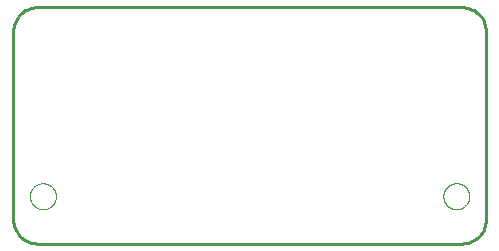
<source format=gko>
G04 EAGLE Gerber RS-274X export*
G75*
%MOMM*%
%FSLAX34Y34*%
%LPD*%
%INBoard Outline*%
%IPPOS*%
%AMOC8*
5,1,8,0,0,1.08239X$1,22.5*%
G01*
G04 Define Apertures*
%ADD10C,0.000000*%
%ADD11C,0.254000*%
D10*
X-186000Y-160000D02*
X-185997Y-159730D01*
X-185987Y-159460D01*
X-185970Y-159191D01*
X-185947Y-158922D01*
X-185917Y-158653D01*
X-185881Y-158386D01*
X-185838Y-158119D01*
X-185789Y-157854D01*
X-185733Y-157590D01*
X-185670Y-157327D01*
X-185602Y-157066D01*
X-185526Y-156807D01*
X-185445Y-156550D01*
X-185357Y-156294D01*
X-185263Y-156041D01*
X-185163Y-155790D01*
X-185056Y-155542D01*
X-184944Y-155297D01*
X-184825Y-155054D01*
X-184701Y-154815D01*
X-184571Y-154578D01*
X-184435Y-154345D01*
X-184293Y-154115D01*
X-184146Y-153889D01*
X-183993Y-153666D01*
X-183835Y-153447D01*
X-183672Y-153232D01*
X-183503Y-153022D01*
X-183329Y-152815D01*
X-183150Y-152613D01*
X-182967Y-152415D01*
X-182778Y-152222D01*
X-182585Y-152033D01*
X-182387Y-151850D01*
X-182185Y-151671D01*
X-181978Y-151497D01*
X-181768Y-151328D01*
X-181553Y-151165D01*
X-181334Y-151007D01*
X-181111Y-150854D01*
X-180885Y-150707D01*
X-180655Y-150565D01*
X-180422Y-150429D01*
X-180185Y-150299D01*
X-179946Y-150175D01*
X-179703Y-150056D01*
X-179458Y-149944D01*
X-179210Y-149837D01*
X-178959Y-149737D01*
X-178706Y-149643D01*
X-178450Y-149555D01*
X-178193Y-149474D01*
X-177934Y-149398D01*
X-177673Y-149330D01*
X-177410Y-149267D01*
X-177146Y-149211D01*
X-176881Y-149162D01*
X-176614Y-149119D01*
X-176347Y-149083D01*
X-176078Y-149053D01*
X-175809Y-149030D01*
X-175540Y-149013D01*
X-175270Y-149003D01*
X-175000Y-149000D01*
X-174730Y-149003D01*
X-174460Y-149013D01*
X-174191Y-149030D01*
X-173922Y-149053D01*
X-173653Y-149083D01*
X-173386Y-149119D01*
X-173119Y-149162D01*
X-172854Y-149211D01*
X-172590Y-149267D01*
X-172327Y-149330D01*
X-172066Y-149398D01*
X-171807Y-149474D01*
X-171550Y-149555D01*
X-171294Y-149643D01*
X-171041Y-149737D01*
X-170790Y-149837D01*
X-170542Y-149944D01*
X-170297Y-150056D01*
X-170054Y-150175D01*
X-169815Y-150299D01*
X-169578Y-150429D01*
X-169345Y-150565D01*
X-169115Y-150707D01*
X-168889Y-150854D01*
X-168666Y-151007D01*
X-168447Y-151165D01*
X-168232Y-151328D01*
X-168022Y-151497D01*
X-167815Y-151671D01*
X-167613Y-151850D01*
X-167415Y-152033D01*
X-167222Y-152222D01*
X-167033Y-152415D01*
X-166850Y-152613D01*
X-166671Y-152815D01*
X-166497Y-153022D01*
X-166328Y-153232D01*
X-166165Y-153447D01*
X-166007Y-153666D01*
X-165854Y-153889D01*
X-165707Y-154115D01*
X-165565Y-154345D01*
X-165429Y-154578D01*
X-165299Y-154815D01*
X-165175Y-155054D01*
X-165056Y-155297D01*
X-164944Y-155542D01*
X-164837Y-155790D01*
X-164737Y-156041D01*
X-164643Y-156294D01*
X-164555Y-156550D01*
X-164474Y-156807D01*
X-164398Y-157066D01*
X-164330Y-157327D01*
X-164267Y-157590D01*
X-164211Y-157854D01*
X-164162Y-158119D01*
X-164119Y-158386D01*
X-164083Y-158653D01*
X-164053Y-158922D01*
X-164030Y-159191D01*
X-164013Y-159460D01*
X-164003Y-159730D01*
X-164000Y-160000D01*
X-164003Y-160270D01*
X-164013Y-160540D01*
X-164030Y-160809D01*
X-164053Y-161078D01*
X-164083Y-161347D01*
X-164119Y-161614D01*
X-164162Y-161881D01*
X-164211Y-162146D01*
X-164267Y-162410D01*
X-164330Y-162673D01*
X-164398Y-162934D01*
X-164474Y-163193D01*
X-164555Y-163450D01*
X-164643Y-163706D01*
X-164737Y-163959D01*
X-164837Y-164210D01*
X-164944Y-164458D01*
X-165056Y-164703D01*
X-165175Y-164946D01*
X-165299Y-165185D01*
X-165429Y-165422D01*
X-165565Y-165655D01*
X-165707Y-165885D01*
X-165854Y-166111D01*
X-166007Y-166334D01*
X-166165Y-166553D01*
X-166328Y-166768D01*
X-166497Y-166978D01*
X-166671Y-167185D01*
X-166850Y-167387D01*
X-167033Y-167585D01*
X-167222Y-167778D01*
X-167415Y-167967D01*
X-167613Y-168150D01*
X-167815Y-168329D01*
X-168022Y-168503D01*
X-168232Y-168672D01*
X-168447Y-168835D01*
X-168666Y-168993D01*
X-168889Y-169146D01*
X-169115Y-169293D01*
X-169345Y-169435D01*
X-169578Y-169571D01*
X-169815Y-169701D01*
X-170054Y-169825D01*
X-170297Y-169944D01*
X-170542Y-170056D01*
X-170790Y-170163D01*
X-171041Y-170263D01*
X-171294Y-170357D01*
X-171550Y-170445D01*
X-171807Y-170526D01*
X-172066Y-170602D01*
X-172327Y-170670D01*
X-172590Y-170733D01*
X-172854Y-170789D01*
X-173119Y-170838D01*
X-173386Y-170881D01*
X-173653Y-170917D01*
X-173922Y-170947D01*
X-174191Y-170970D01*
X-174460Y-170987D01*
X-174730Y-170997D01*
X-175000Y-171000D01*
X-175270Y-170997D01*
X-175540Y-170987D01*
X-175809Y-170970D01*
X-176078Y-170947D01*
X-176347Y-170917D01*
X-176614Y-170881D01*
X-176881Y-170838D01*
X-177146Y-170789D01*
X-177410Y-170733D01*
X-177673Y-170670D01*
X-177934Y-170602D01*
X-178193Y-170526D01*
X-178450Y-170445D01*
X-178706Y-170357D01*
X-178959Y-170263D01*
X-179210Y-170163D01*
X-179458Y-170056D01*
X-179703Y-169944D01*
X-179946Y-169825D01*
X-180185Y-169701D01*
X-180422Y-169571D01*
X-180655Y-169435D01*
X-180885Y-169293D01*
X-181111Y-169146D01*
X-181334Y-168993D01*
X-181553Y-168835D01*
X-181768Y-168672D01*
X-181978Y-168503D01*
X-182185Y-168329D01*
X-182387Y-168150D01*
X-182585Y-167967D01*
X-182778Y-167778D01*
X-182967Y-167585D01*
X-183150Y-167387D01*
X-183329Y-167185D01*
X-183503Y-166978D01*
X-183672Y-166768D01*
X-183835Y-166553D01*
X-183993Y-166334D01*
X-184146Y-166111D01*
X-184293Y-165885D01*
X-184435Y-165655D01*
X-184571Y-165422D01*
X-184701Y-165185D01*
X-184825Y-164946D01*
X-184944Y-164703D01*
X-185056Y-164458D01*
X-185163Y-164210D01*
X-185263Y-163959D01*
X-185357Y-163706D01*
X-185445Y-163450D01*
X-185526Y-163193D01*
X-185602Y-162934D01*
X-185670Y-162673D01*
X-185733Y-162410D01*
X-185789Y-162146D01*
X-185838Y-161881D01*
X-185881Y-161614D01*
X-185917Y-161347D01*
X-185947Y-161078D01*
X-185970Y-160809D01*
X-185987Y-160540D01*
X-185997Y-160270D01*
X-186000Y-160000D01*
X164000Y-160000D02*
X164003Y-159730D01*
X164013Y-159460D01*
X164030Y-159191D01*
X164053Y-158922D01*
X164083Y-158653D01*
X164119Y-158386D01*
X164162Y-158119D01*
X164211Y-157854D01*
X164267Y-157590D01*
X164330Y-157327D01*
X164398Y-157066D01*
X164474Y-156807D01*
X164555Y-156550D01*
X164643Y-156294D01*
X164737Y-156041D01*
X164837Y-155790D01*
X164944Y-155542D01*
X165056Y-155297D01*
X165175Y-155054D01*
X165299Y-154815D01*
X165429Y-154578D01*
X165565Y-154345D01*
X165707Y-154115D01*
X165854Y-153889D01*
X166007Y-153666D01*
X166165Y-153447D01*
X166328Y-153232D01*
X166497Y-153022D01*
X166671Y-152815D01*
X166850Y-152613D01*
X167033Y-152415D01*
X167222Y-152222D01*
X167415Y-152033D01*
X167613Y-151850D01*
X167815Y-151671D01*
X168022Y-151497D01*
X168232Y-151328D01*
X168447Y-151165D01*
X168666Y-151007D01*
X168889Y-150854D01*
X169115Y-150707D01*
X169345Y-150565D01*
X169578Y-150429D01*
X169815Y-150299D01*
X170054Y-150175D01*
X170297Y-150056D01*
X170542Y-149944D01*
X170790Y-149837D01*
X171041Y-149737D01*
X171294Y-149643D01*
X171550Y-149555D01*
X171807Y-149474D01*
X172066Y-149398D01*
X172327Y-149330D01*
X172590Y-149267D01*
X172854Y-149211D01*
X173119Y-149162D01*
X173386Y-149119D01*
X173653Y-149083D01*
X173922Y-149053D01*
X174191Y-149030D01*
X174460Y-149013D01*
X174730Y-149003D01*
X175000Y-149000D01*
X175270Y-149003D01*
X175540Y-149013D01*
X175809Y-149030D01*
X176078Y-149053D01*
X176347Y-149083D01*
X176614Y-149119D01*
X176881Y-149162D01*
X177146Y-149211D01*
X177410Y-149267D01*
X177673Y-149330D01*
X177934Y-149398D01*
X178193Y-149474D01*
X178450Y-149555D01*
X178706Y-149643D01*
X178959Y-149737D01*
X179210Y-149837D01*
X179458Y-149944D01*
X179703Y-150056D01*
X179946Y-150175D01*
X180185Y-150299D01*
X180422Y-150429D01*
X180655Y-150565D01*
X180885Y-150707D01*
X181111Y-150854D01*
X181334Y-151007D01*
X181553Y-151165D01*
X181768Y-151328D01*
X181978Y-151497D01*
X182185Y-151671D01*
X182387Y-151850D01*
X182585Y-152033D01*
X182778Y-152222D01*
X182967Y-152415D01*
X183150Y-152613D01*
X183329Y-152815D01*
X183503Y-153022D01*
X183672Y-153232D01*
X183835Y-153447D01*
X183993Y-153666D01*
X184146Y-153889D01*
X184293Y-154115D01*
X184435Y-154345D01*
X184571Y-154578D01*
X184701Y-154815D01*
X184825Y-155054D01*
X184944Y-155297D01*
X185056Y-155542D01*
X185163Y-155790D01*
X185263Y-156041D01*
X185357Y-156294D01*
X185445Y-156550D01*
X185526Y-156807D01*
X185602Y-157066D01*
X185670Y-157327D01*
X185733Y-157590D01*
X185789Y-157854D01*
X185838Y-158119D01*
X185881Y-158386D01*
X185917Y-158653D01*
X185947Y-158922D01*
X185970Y-159191D01*
X185987Y-159460D01*
X185997Y-159730D01*
X186000Y-160000D01*
X185997Y-160270D01*
X185987Y-160540D01*
X185970Y-160809D01*
X185947Y-161078D01*
X185917Y-161347D01*
X185881Y-161614D01*
X185838Y-161881D01*
X185789Y-162146D01*
X185733Y-162410D01*
X185670Y-162673D01*
X185602Y-162934D01*
X185526Y-163193D01*
X185445Y-163450D01*
X185357Y-163706D01*
X185263Y-163959D01*
X185163Y-164210D01*
X185056Y-164458D01*
X184944Y-164703D01*
X184825Y-164946D01*
X184701Y-165185D01*
X184571Y-165422D01*
X184435Y-165655D01*
X184293Y-165885D01*
X184146Y-166111D01*
X183993Y-166334D01*
X183835Y-166553D01*
X183672Y-166768D01*
X183503Y-166978D01*
X183329Y-167185D01*
X183150Y-167387D01*
X182967Y-167585D01*
X182778Y-167778D01*
X182585Y-167967D01*
X182387Y-168150D01*
X182185Y-168329D01*
X181978Y-168503D01*
X181768Y-168672D01*
X181553Y-168835D01*
X181334Y-168993D01*
X181111Y-169146D01*
X180885Y-169293D01*
X180655Y-169435D01*
X180422Y-169571D01*
X180185Y-169701D01*
X179946Y-169825D01*
X179703Y-169944D01*
X179458Y-170056D01*
X179210Y-170163D01*
X178959Y-170263D01*
X178706Y-170357D01*
X178450Y-170445D01*
X178193Y-170526D01*
X177934Y-170602D01*
X177673Y-170670D01*
X177410Y-170733D01*
X177146Y-170789D01*
X176881Y-170838D01*
X176614Y-170881D01*
X176347Y-170917D01*
X176078Y-170947D01*
X175809Y-170970D01*
X175540Y-170987D01*
X175270Y-170997D01*
X175000Y-171000D01*
X174730Y-170997D01*
X174460Y-170987D01*
X174191Y-170970D01*
X173922Y-170947D01*
X173653Y-170917D01*
X173386Y-170881D01*
X173119Y-170838D01*
X172854Y-170789D01*
X172590Y-170733D01*
X172327Y-170670D01*
X172066Y-170602D01*
X171807Y-170526D01*
X171550Y-170445D01*
X171294Y-170357D01*
X171041Y-170263D01*
X170790Y-170163D01*
X170542Y-170056D01*
X170297Y-169944D01*
X170054Y-169825D01*
X169815Y-169701D01*
X169578Y-169571D01*
X169345Y-169435D01*
X169115Y-169293D01*
X168889Y-169146D01*
X168666Y-168993D01*
X168447Y-168835D01*
X168232Y-168672D01*
X168022Y-168503D01*
X167815Y-168329D01*
X167613Y-168150D01*
X167415Y-167967D01*
X167222Y-167778D01*
X167033Y-167585D01*
X166850Y-167387D01*
X166671Y-167185D01*
X166497Y-166978D01*
X166328Y-166768D01*
X166165Y-166553D01*
X166007Y-166334D01*
X165854Y-166111D01*
X165707Y-165885D01*
X165565Y-165655D01*
X165429Y-165422D01*
X165299Y-165185D01*
X165175Y-164946D01*
X165056Y-164703D01*
X164944Y-164458D01*
X164837Y-164210D01*
X164737Y-163959D01*
X164643Y-163706D01*
X164555Y-163450D01*
X164474Y-163193D01*
X164398Y-162934D01*
X164330Y-162673D01*
X164267Y-162410D01*
X164211Y-162146D01*
X164162Y-161881D01*
X164119Y-161614D01*
X164083Y-161347D01*
X164053Y-161078D01*
X164030Y-160809D01*
X164013Y-160540D01*
X164003Y-160270D01*
X164000Y-160000D01*
X200000Y-180000D02*
X199994Y-180483D01*
X199977Y-180966D01*
X199947Y-181449D01*
X199907Y-181930D01*
X199854Y-182411D01*
X199790Y-182890D01*
X199715Y-183367D01*
X199627Y-183843D01*
X199529Y-184316D01*
X199419Y-184786D01*
X199298Y-185254D01*
X199165Y-185719D01*
X199021Y-186180D01*
X198866Y-186638D01*
X198700Y-187092D01*
X198523Y-187542D01*
X198336Y-187987D01*
X198137Y-188428D01*
X197929Y-188864D01*
X197709Y-189294D01*
X197479Y-189720D01*
X197239Y-190139D01*
X196989Y-190553D01*
X196729Y-190960D01*
X196460Y-191361D01*
X196180Y-191756D01*
X195892Y-192143D01*
X195593Y-192524D01*
X195286Y-192897D01*
X194970Y-193262D01*
X194645Y-193620D01*
X194312Y-193970D01*
X193970Y-194312D01*
X193620Y-194645D01*
X193262Y-194970D01*
X192897Y-195286D01*
X192524Y-195593D01*
X192143Y-195892D01*
X191756Y-196180D01*
X191361Y-196460D01*
X190960Y-196729D01*
X190553Y-196989D01*
X190139Y-197239D01*
X189720Y-197479D01*
X189294Y-197709D01*
X188864Y-197929D01*
X188428Y-198137D01*
X187987Y-198336D01*
X187542Y-198523D01*
X187092Y-198700D01*
X186638Y-198866D01*
X186180Y-199021D01*
X185719Y-199165D01*
X185254Y-199298D01*
X184786Y-199419D01*
X184316Y-199529D01*
X183843Y-199627D01*
X183367Y-199715D01*
X182890Y-199790D01*
X182411Y-199854D01*
X181930Y-199907D01*
X181449Y-199947D01*
X180966Y-199977D01*
X180483Y-199994D01*
X180000Y-200000D01*
X200000Y-180000D02*
X200000Y-20000D01*
X199994Y-19517D01*
X199977Y-19034D01*
X199947Y-18551D01*
X199907Y-18070D01*
X199854Y-17589D01*
X199790Y-17110D01*
X199715Y-16633D01*
X199627Y-16157D01*
X199529Y-15684D01*
X199419Y-15214D01*
X199298Y-14746D01*
X199165Y-14281D01*
X199021Y-13820D01*
X198866Y-13362D01*
X198700Y-12908D01*
X198523Y-12458D01*
X198336Y-12013D01*
X198137Y-11572D01*
X197929Y-11136D01*
X197709Y-10706D01*
X197479Y-10280D01*
X197239Y-9861D01*
X196989Y-9447D01*
X196729Y-9040D01*
X196460Y-8639D01*
X196180Y-8244D01*
X195892Y-7857D01*
X195593Y-7476D01*
X195286Y-7103D01*
X194970Y-6738D01*
X194645Y-6380D01*
X194312Y-6030D01*
X193970Y-5688D01*
X193620Y-5355D01*
X193262Y-5030D01*
X192897Y-4714D01*
X192524Y-4407D01*
X192143Y-4108D01*
X191756Y-3820D01*
X191361Y-3540D01*
X190960Y-3271D01*
X190553Y-3011D01*
X190139Y-2761D01*
X189720Y-2521D01*
X189294Y-2291D01*
X188864Y-2071D01*
X188428Y-1863D01*
X187987Y-1664D01*
X187542Y-1477D01*
X187092Y-1300D01*
X186638Y-1134D01*
X186180Y-979D01*
X185719Y-835D01*
X185254Y-702D01*
X184786Y-581D01*
X184316Y-471D01*
X183843Y-373D01*
X183367Y-285D01*
X182890Y-210D01*
X182411Y-146D01*
X181930Y-93D01*
X181449Y-53D01*
X180966Y-23D01*
X180483Y-6D01*
X180000Y0D01*
X-180000Y0D01*
X-180483Y-6D01*
X-180966Y-23D01*
X-181449Y-53D01*
X-181930Y-93D01*
X-182411Y-146D01*
X-182890Y-210D01*
X-183367Y-285D01*
X-183843Y-373D01*
X-184316Y-471D01*
X-184786Y-581D01*
X-185254Y-702D01*
X-185719Y-835D01*
X-186180Y-979D01*
X-186638Y-1134D01*
X-187092Y-1300D01*
X-187542Y-1477D01*
X-187987Y-1664D01*
X-188428Y-1863D01*
X-188864Y-2071D01*
X-189294Y-2291D01*
X-189720Y-2521D01*
X-190139Y-2761D01*
X-190553Y-3011D01*
X-190960Y-3271D01*
X-191361Y-3540D01*
X-191756Y-3820D01*
X-192143Y-4108D01*
X-192524Y-4407D01*
X-192897Y-4714D01*
X-193262Y-5030D01*
X-193620Y-5355D01*
X-193970Y-5688D01*
X-194312Y-6030D01*
X-194645Y-6380D01*
X-194970Y-6738D01*
X-195286Y-7103D01*
X-195593Y-7476D01*
X-195892Y-7857D01*
X-196180Y-8244D01*
X-196460Y-8639D01*
X-196729Y-9040D01*
X-196989Y-9447D01*
X-197239Y-9861D01*
X-197479Y-10280D01*
X-197709Y-10706D01*
X-197929Y-11136D01*
X-198137Y-11572D01*
X-198336Y-12013D01*
X-198523Y-12458D01*
X-198700Y-12908D01*
X-198866Y-13362D01*
X-199021Y-13820D01*
X-199165Y-14281D01*
X-199298Y-14746D01*
X-199419Y-15214D01*
X-199529Y-15684D01*
X-199627Y-16157D01*
X-199715Y-16633D01*
X-199790Y-17110D01*
X-199854Y-17589D01*
X-199907Y-18070D01*
X-199947Y-18551D01*
X-199977Y-19034D01*
X-199994Y-19517D01*
X-200000Y-20000D01*
X-200000Y-180000D01*
X-199994Y-180483D01*
X-199977Y-180966D01*
X-199947Y-181449D01*
X-199907Y-181930D01*
X-199854Y-182411D01*
X-199790Y-182890D01*
X-199715Y-183367D01*
X-199627Y-183843D01*
X-199529Y-184316D01*
X-199419Y-184786D01*
X-199298Y-185254D01*
X-199165Y-185719D01*
X-199021Y-186180D01*
X-198866Y-186638D01*
X-198700Y-187092D01*
X-198523Y-187542D01*
X-198336Y-187987D01*
X-198137Y-188428D01*
X-197929Y-188864D01*
X-197709Y-189294D01*
X-197479Y-189720D01*
X-197239Y-190139D01*
X-196989Y-190553D01*
X-196729Y-190960D01*
X-196460Y-191361D01*
X-196180Y-191756D01*
X-195892Y-192143D01*
X-195593Y-192524D01*
X-195286Y-192897D01*
X-194970Y-193262D01*
X-194645Y-193620D01*
X-194312Y-193970D01*
X-193970Y-194312D01*
X-193620Y-194645D01*
X-193262Y-194970D01*
X-192897Y-195286D01*
X-192524Y-195593D01*
X-192143Y-195892D01*
X-191756Y-196180D01*
X-191361Y-196460D01*
X-190960Y-196729D01*
X-190553Y-196989D01*
X-190139Y-197239D01*
X-189720Y-197479D01*
X-189294Y-197709D01*
X-188864Y-197929D01*
X-188428Y-198137D01*
X-187987Y-198336D01*
X-187542Y-198523D01*
X-187092Y-198700D01*
X-186638Y-198866D01*
X-186180Y-199021D01*
X-185719Y-199165D01*
X-185254Y-199298D01*
X-184786Y-199419D01*
X-184316Y-199529D01*
X-183843Y-199627D01*
X-183367Y-199715D01*
X-182890Y-199790D01*
X-182411Y-199854D01*
X-181930Y-199907D01*
X-181449Y-199947D01*
X-180966Y-199977D01*
X-180483Y-199994D01*
X-180000Y-200000D01*
X180000Y-200000D01*
D11*
X-200000Y-180000D02*
X-199924Y-181743D01*
X-199696Y-183473D01*
X-199319Y-185176D01*
X-198794Y-186840D01*
X-198126Y-188452D01*
X-197321Y-190000D01*
X-196383Y-191472D01*
X-195321Y-192856D01*
X-194142Y-194142D01*
X-192856Y-195321D01*
X-191472Y-196383D01*
X-190000Y-197321D01*
X-188452Y-198126D01*
X-186840Y-198794D01*
X-185176Y-199319D01*
X-183473Y-199696D01*
X-181743Y-199924D01*
X-180000Y-200000D01*
X180000Y-200000D01*
X181743Y-199924D01*
X183473Y-199696D01*
X185176Y-199319D01*
X186840Y-198794D01*
X188452Y-198126D01*
X190000Y-197321D01*
X191472Y-196383D01*
X192856Y-195321D01*
X194142Y-194142D01*
X195321Y-192856D01*
X196383Y-191472D01*
X197321Y-190000D01*
X198126Y-188452D01*
X198794Y-186840D01*
X199319Y-185176D01*
X199696Y-183473D01*
X199924Y-181743D01*
X200000Y-180000D01*
X200000Y-20000D01*
X199924Y-18257D01*
X199696Y-16527D01*
X199319Y-14824D01*
X198794Y-13160D01*
X198126Y-11548D01*
X197321Y-10000D01*
X196383Y-8528D01*
X195321Y-7144D01*
X194142Y-5858D01*
X192856Y-4679D01*
X191472Y-3617D01*
X190000Y-2680D01*
X188452Y-1874D01*
X186840Y-1206D01*
X185176Y-681D01*
X183473Y-304D01*
X181743Y-76D01*
X180000Y0D01*
X-180000Y0D01*
X-181743Y-76D01*
X-183473Y-304D01*
X-185176Y-681D01*
X-186840Y-1206D01*
X-188452Y-1874D01*
X-190000Y-2680D01*
X-191472Y-3617D01*
X-192856Y-4679D01*
X-194142Y-5858D01*
X-195321Y-7144D01*
X-196383Y-8528D01*
X-197321Y-10000D01*
X-198126Y-11548D01*
X-198794Y-13160D01*
X-199319Y-14824D01*
X-199696Y-16527D01*
X-199924Y-18257D01*
X-200000Y-20000D01*
X-200000Y-180000D01*
M02*

</source>
